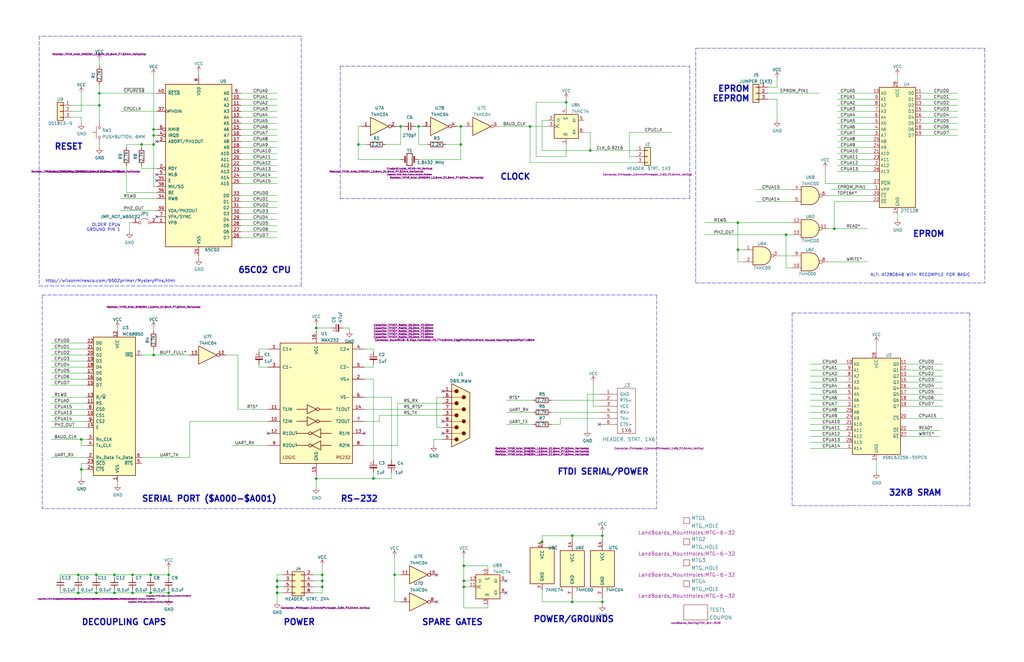
<source format=kicad_sch>
(kicad_sch (version 20211123) (generator eeschema)
  (paper "B")
  (title_block (title "SIMPLE-6502") (date "2022-09-11") (rev "1") (company "Land Boards LLC"))
  (junction (at 64.77 60.96))
  (junction (at 351.79 96.52))
  (junction (at 157.48 201.93))
  (junction (at 41.91 44.45))
  (junction (at 133.35 138.43))
  (junction (at 135.89 247.65))
  (junction (at 71.12 250.19))
  (junction (at 241.3 254))
  (junction (at 34.29 198.12))
  (junction (at 55.88 242.57))
  (junction (at 195.58 245.11))
  (junction (at 33.02 250.19))
  (junction (at 195.58 247.65))
  (junction (at 248.92 63.5))
  (junction (at 33.02 242.57))
  (junction (at 241.3 226.06))
  (junction (at 71.12 242.57))
  (junction (at 254 226.06))
  (junction (at 166.37 242.57))
  (junction (at 331.47 99.06))
  (junction (at 194.31 53.34))
  (junction (at 135.89 242.57))
  (junction (at 59.69 60.96))
  (junction (at 64.77 149.86))
  (junction (at 195.58 238.76))
  (junction (at 64.77 57.15))
  (junction (at 116.84 250.19))
  (junction (at 168.91 53.34))
  (junction (at 48.26 250.19))
  (junction (at 48.26 242.57))
  (junction (at 40.64 242.57))
  (junction (at 41.91 39.37))
  (junction (at 133.35 201.93))
  (junction (at 116.84 245.11))
  (junction (at 135.89 245.11))
  (junction (at 63.5 242.57))
  (junction (at 116.84 247.65))
  (junction (at 64.77 54.61))
  (junction (at 223.52 53.34))
  (junction (at 151.13 60.96))
  (junction (at 63.5 250.19))
  (junction (at 40.64 250.19))
  (junction (at 238.76 43.18))
  (junction (at 194.31 60.96))
  (junction (at 311.15 93.98))
  (junction (at 34.29 185.42))
  (junction (at 55.88 250.19))
  (junction (at 254 254))
  (junction (at 176.53 53.34))
  (junction (at 228.6 228.6))
  (junction (at 311.15 105.41))
  (no_connect (at 184.15 242.57))
  (no_connect (at 184.15 254))
  (no_connect (at 213.36 245.11))
  (no_connect (at 213.36 250.19))
  (no_connect (at 252.73 179.07))
  (no_connect (at 66.04 59.69))
  (no_connect (at 66.04 91.44))
  (no_connect (at 66.04 73.66))
  (no_connect (at 66.04 76.2))
  (no_connect (at 186.69 182.88))
  (no_connect (at 186.69 177.8))
  (no_connect (at 186.69 165.1))
  (no_connect (at 113.03 182.88))
  (no_connect (at 153.67 182.88))
  (wire (pts (xy 353.06 64.77) (xy 368.3 64.77)))
  (wire (pts (xy 48.26 242.57) (xy 48.26 243.84)))
  (wire (pts (xy 135.89 247.65) (xy 135.89 245.11)))
  (wire (pts (xy 267.97 66.04) (xy 265.43 66.04)))
  (wire (pts (xy 176.53 53.34) (xy 175.26 53.34)))
  (wire (pts (xy 101.6 57.15) (xy 116.84 57.15)))
  (polyline (pts (xy 293.37 20.32) (xy 415.29 20.32)))
  (wire (pts (xy 241.3 254) (xy 241.3 252.73)))
  (wire (pts (xy 153.67 154.94) (xy 157.48 154.94)))
  (wire (pts (xy 168.91 67.31) (xy 151.13 67.31)))
  (wire (pts (xy 153.67 172.72) (xy 186.69 172.72)))
  (wire (pts (xy 353.06 69.85) (xy 368.3 69.85)))
  (wire (pts (xy 97.79 187.96) (xy 113.03 187.96)))
  (wire (pts (xy 71.12 243.84) (xy 71.12 242.57)))
  (wire (pts (xy 101.6 97.79) (xy 116.84 97.79)))
  (wire (pts (xy 101.6 69.85) (xy 116.84 69.85)))
  (wire (pts (xy 223.52 68.58) (xy 223.52 53.34)))
  (wire (pts (xy 101.6 62.23) (xy 116.84 62.23)))
  (wire (pts (xy 116.84 250.19) (xy 116.84 254)))
  (wire (pts (xy 160.02 177.8) (xy 153.67 177.8)))
  (wire (pts (xy 21.59 175.26) (xy 36.83 175.26)))
  (wire (pts (xy 349.25 96.52) (xy 351.79 96.52)))
  (wire (pts (xy 349.25 82.55) (xy 368.3 82.55)))
  (wire (pts (xy 49.53 138.43) (xy 49.53 139.7)))
  (polyline (pts (xy 334.01 132.08) (xy 408.94 132.08)))
  (wire (pts (xy 318.77 85.09) (xy 334.01 85.09)))
  (wire (pts (xy 34.29 39.37) (xy 34.29 46.99)))
  (wire (pts (xy 80.01 177.8) (xy 113.03 177.8)))
  (wire (pts (xy 369.57 194.31) (xy 369.57 199.39)))
  (wire (pts (xy 54.61 93.98) (xy 54.61 97.79)))
  (wire (pts (xy 66.04 71.12) (xy 59.69 71.12)))
  (wire (pts (xy 241.3 226.06) (xy 228.6 226.06)))
  (wire (pts (xy 353.06 67.31) (xy 368.3 67.31)))
  (wire (pts (xy 40.64 242.57) (xy 40.64 243.84)))
  (wire (pts (xy 341.63 179.07) (xy 356.87 179.07)))
  (wire (pts (xy 30.48 44.45) (xy 41.91 44.45)))
  (wire (pts (xy 382.27 166.37) (xy 397.51 166.37)))
  (wire (pts (xy 176.53 60.96) (xy 180.34 60.96)))
  (wire (pts (xy 48.26 242.57) (xy 40.64 242.57)))
  (wire (pts (xy 168.91 53.34) (xy 168.91 60.96)))
  (wire (pts (xy 252.73 166.37) (xy 247.65 166.37)))
  (polyline (pts (xy 16.51 120.65) (xy 127 120.65)))
  (wire (pts (xy 213.36 173.99) (xy 224.79 173.99)))
  (wire (pts (xy 135.89 242.57) (xy 135.89 238.76)))
  (wire (pts (xy 71.12 248.92) (xy 71.12 250.19)))
  (wire (pts (xy 168.91 53.34) (xy 167.64 53.34)))
  (wire (pts (xy 231.14 50.8) (xy 228.6 50.8)))
  (wire (pts (xy 248.92 55.88) (xy 246.38 55.88)))
  (wire (pts (xy 59.69 149.86) (xy 64.77 149.86)))
  (wire (pts (xy 119.38 242.57) (xy 116.84 242.57)))
  (wire (pts (xy 177.8 53.34) (xy 176.53 53.34)))
  (wire (pts (xy 41.91 25.4) (xy 41.91 27.94)))
  (wire (pts (xy 323.85 41.91) (xy 327.66 41.91)))
  (wire (pts (xy 34.29 185.42) (xy 36.83 185.42)))
  (wire (pts (xy 341.63 181.61) (xy 356.87 181.61)))
  (polyline (pts (xy 334.01 132.08) (xy 334.01 213.36)))
  (wire (pts (xy 49.53 203.2) (xy 49.53 204.47)))
  (wire (pts (xy 41.91 60.96) (xy 41.91 62.23)))
  (wire (pts (xy 388.62 44.45) (xy 403.86 44.45)))
  (wire (pts (xy 250.19 161.29) (xy 250.19 171.45)))
  (wire (pts (xy 25.4 250.19) (xy 33.02 250.19)))
  (wire (pts (xy 341.63 156.21) (xy 356.87 156.21)))
  (wire (pts (xy 21.59 152.4) (xy 36.83 152.4)))
  (wire (pts (xy 160.02 175.26) (xy 160.02 177.8)))
  (wire (pts (xy 30.48 46.99) (xy 34.29 46.99)))
  (wire (pts (xy 151.13 60.96) (xy 154.94 60.96)))
  (wire (pts (xy 368.3 85.09) (xy 351.79 85.09)))
  (wire (pts (xy 133.35 138.43) (xy 133.35 139.7)))
  (wire (pts (xy 64.77 147.32) (xy 64.77 149.86)))
  (wire (pts (xy 254 252.73) (xy 254 254)))
  (wire (pts (xy 328.93 107.95) (xy 334.01 107.95)))
  (wire (pts (xy 223.52 53.34) (xy 210.82 53.34)))
  (wire (pts (xy 34.29 198.12) (xy 36.83 198.12)))
  (wire (pts (xy 238.76 60.96) (xy 238.76 66.04)))
  (wire (pts (xy 228.6 228.6) (xy 228.6 229.87)))
  (wire (pts (xy 388.62 46.99) (xy 403.86 46.99)))
  (wire (pts (xy 353.06 41.91) (xy 368.3 41.91)))
  (wire (pts (xy 116.84 245.11) (xy 119.38 245.11)))
  (wire (pts (xy 64.77 57.15) (xy 66.04 57.15)))
  (wire (pts (xy 34.29 195.58) (xy 34.29 198.12)))
  (wire (pts (xy 25.4 242.57) (xy 33.02 242.57)))
  (wire (pts (xy 382.27 161.29) (xy 397.51 161.29)))
  (wire (pts (xy 195.58 234.95) (xy 195.58 238.76)))
  (wire (pts (xy 63.5 248.92) (xy 63.5 250.19)))
  (wire (pts (xy 213.36 179.07) (xy 224.79 179.07)))
  (wire (pts (xy 109.22 153.67) (xy 109.22 154.94)))
  (wire (pts (xy 21.59 167.64) (xy 36.83 167.64)))
  (wire (pts (xy 349.25 110.49) (xy 365.76 110.49)))
  (wire (pts (xy 226.06 43.18) (xy 238.76 43.18)))
  (wire (pts (xy 133.35 137.16) (xy 133.35 138.43)))
  (wire (pts (xy 176.53 53.34) (xy 176.53 60.96)))
  (wire (pts (xy 132.08 245.11) (xy 135.89 245.11)))
  (wire (pts (xy 265.43 55.88) (xy 283.21 55.88)))
  (wire (pts (xy 353.06 54.61) (xy 368.3 54.61)))
  (wire (pts (xy 153.67 187.96) (xy 167.64 187.96)))
  (wire (pts (xy 64.77 57.15) (xy 64.77 60.96)))
  (polyline (pts (xy 143.51 83.82) (xy 290.83 83.82)))
  (wire (pts (xy 101.6 72.39) (xy 116.84 72.39)))
  (wire (pts (xy 350.52 80.01) (xy 368.3 80.01)))
  (wire (pts (xy 144.78 138.43) (xy 147.32 138.43)))
  (wire (pts (xy 195.58 256.54) (xy 195.58 247.65)))
  (wire (pts (xy 132.08 247.65) (xy 135.89 247.65)))
  (polyline (pts (xy 127 15.24) (xy 16.51 15.24)))
  (wire (pts (xy 64.77 31.75) (xy 64.77 54.61)))
  (wire (pts (xy 341.63 189.23) (xy 356.87 189.23)))
  (wire (pts (xy 40.64 248.92) (xy 40.64 250.19)))
  (wire (pts (xy 40.64 250.19) (xy 33.02 250.19)))
  (wire (pts (xy 353.06 72.39) (xy 368.3 72.39)))
  (wire (pts (xy 378.46 90.17) (xy 378.46 92.71)))
  (wire (pts (xy 353.06 59.69) (xy 368.3 59.69)))
  (wire (pts (xy 228.6 248.92) (xy 228.6 254)))
  (wire (pts (xy 135.89 245.11) (xy 135.89 242.57)))
  (wire (pts (xy 53.34 62.23) (xy 53.34 60.96)))
  (wire (pts (xy 34.29 198.12) (xy 34.29 201.93)))
  (wire (pts (xy 184.15 180.34) (xy 184.15 167.64)))
  (wire (pts (xy 254 226.06) (xy 241.3 226.06)))
  (wire (pts (xy 341.63 166.37) (xy 356.87 166.37)))
  (polyline (pts (xy 143.51 27.94) (xy 290.83 27.94)))
  (wire (pts (xy 21.59 170.18) (xy 36.83 170.18)))
  (wire (pts (xy 21.59 157.48) (xy 36.83 157.48)))
  (wire (pts (xy 388.62 57.15) (xy 403.86 57.15)))
  (wire (pts (xy 83.82 30.48) (xy 83.82 31.75)))
  (wire (pts (xy 157.48 154.94) (xy 157.48 153.67)))
  (wire (pts (xy 21.59 193.04) (xy 36.83 193.04)))
  (wire (pts (xy 133.35 200.66) (xy 133.35 201.93)))
  (wire (pts (xy 165.1 201.93) (xy 165.1 199.39)))
  (wire (pts (xy 59.69 60.96) (xy 64.77 60.96)))
  (wire (pts (xy 228.6 50.8) (xy 228.6 63.5)))
  (wire (pts (xy 157.48 147.32) (xy 157.48 148.59)))
  (wire (pts (xy 55.88 242.57) (xy 63.5 242.57)))
  (wire (pts (xy 382.27 176.53) (xy 397.51 176.53)))
  (wire (pts (xy 382.27 181.61) (xy 396.24 181.61)))
  (wire (pts (xy 166.37 242.57) (xy 168.91 242.57)))
  (wire (pts (xy 388.62 49.53) (xy 403.86 49.53)))
  (polyline (pts (xy 16.51 15.24) (xy 16.51 120.65)))
  (wire (pts (xy 186.69 175.26) (xy 160.02 175.26)))
  (wire (pts (xy 21.59 154.94) (xy 36.83 154.94)))
  (wire (pts (xy 21.59 177.8) (xy 36.83 177.8)))
  (polyline (pts (xy 276.86 124.46) (xy 276.86 214.63)))
  (wire (pts (xy 101.6 44.45) (xy 116.84 44.45)))
  (wire (pts (xy 151.13 67.31) (xy 151.13 60.96)))
  (wire (pts (xy 157.48 194.31) (xy 157.48 160.02)))
  (wire (pts (xy 41.91 44.45) (xy 41.91 50.8)))
  (polyline (pts (xy 408.94 132.08) (xy 408.94 213.36)))
  (wire (pts (xy 388.62 52.07) (xy 403.86 52.07)))
  (wire (pts (xy 101.6 49.53) (xy 116.84 49.53)))
  (wire (pts (xy 21.59 162.56) (xy 36.83 162.56)))
  (wire (pts (xy 113.03 154.94) (xy 109.22 154.94)))
  (wire (pts (xy 313.69 110.49) (xy 311.15 110.49)))
  (wire (pts (xy 194.31 67.31) (xy 194.31 60.96)))
  (wire (pts (xy 331.47 99.06) (xy 334.01 99.06)))
  (wire (pts (xy 267.97 68.58) (xy 223.52 68.58)))
  (wire (pts (xy 116.84 250.19) (xy 119.38 250.19)))
  (wire (pts (xy 297.18 93.98) (xy 311.15 93.98)))
  (wire (pts (xy 254 254) (xy 254 255.27)))
  (wire (pts (xy 297.18 99.06) (xy 331.47 99.06)))
  (wire (pts (xy 101.6 52.07) (xy 116.84 52.07)))
  (wire (pts (xy 53.34 69.85) (xy 53.34 81.28)))
  (polyline (pts (xy 276.86 214.63) (xy 17.78 214.63)))
  (wire (pts (xy 226.06 66.04) (xy 226.06 43.18)))
  (wire (pts (xy 241.3 254) (xy 228.6 254)))
  (wire (pts (xy 232.41 179.07) (xy 236.22 179.07)))
  (wire (pts (xy 353.06 44.45) (xy 368.3 44.45)))
  (wire (pts (xy 353.06 62.23) (xy 368.3 62.23)))
  (wire (pts (xy 331.47 113.03) (xy 334.01 113.03)))
  (wire (pts (xy 25.4 242.57) (xy 25.4 243.84)))
  (wire (pts (xy 133.35 138.43) (xy 139.7 138.43)))
  (wire (pts (xy 341.63 153.67) (xy 356.87 153.67)))
  (wire (pts (xy 341.63 161.29) (xy 356.87 161.29)))
  (wire (pts (xy 254 254) (xy 241.3 254)))
  (wire (pts (xy 64.77 78.74) (xy 66.04 78.74)))
  (wire (pts (xy 351.79 85.09) (xy 351.79 96.52)))
  (wire (pts (xy 101.6 95.25) (xy 116.84 95.25)))
  (wire (pts (xy 347.98 71.12) (xy 347.98 77.47)))
  (wire (pts (xy 341.63 186.69) (xy 356.87 186.69)))
  (wire (pts (xy 101.6 87.63) (xy 116.84 87.63)))
  (wire (pts (xy 323.85 39.37) (xy 345.44 39.37)))
  (wire (pts (xy 21.59 144.78) (xy 36.83 144.78)))
  (wire (pts (xy 101.6 85.09) (xy 116.84 85.09)))
  (wire (pts (xy 36.83 195.58) (xy 34.29 195.58)))
  (wire (pts (xy 21.59 185.42) (xy 34.29 185.42)))
  (wire (pts (xy 327.66 41.91) (xy 327.66 50.8)))
  (wire (pts (xy 64.77 60.96) (xy 64.77 78.74)))
  (wire (pts (xy 101.6 39.37) (xy 116.84 39.37)))
  (wire (pts (xy 83.82 107.95) (xy 83.82 109.22)))
  (wire (pts (xy 318.77 80.01) (xy 334.01 80.01)))
  (wire (pts (xy 323.85 36.83) (xy 327.66 36.83)))
  (wire (pts (xy 341.63 171.45) (xy 356.87 171.45)))
  (wire (pts (xy 100.33 172.72) (xy 113.03 172.72)))
  (wire (pts (xy 195.58 245.11) (xy 195.58 247.65)))
  (wire (pts (xy 59.69 193.04) (xy 80.01 193.04)))
  (wire (pts (xy 252.73 171.45) (xy 250.19 171.45)))
  (wire (pts (xy 205.74 256.54) (xy 195.58 256.54)))
  (wire (pts (xy 252.73 176.53) (xy 236.22 176.53)))
  (wire (pts (xy 353.06 57.15) (xy 368.3 57.15)))
  (wire (pts (xy 64.77 149.86) (xy 80.01 149.86)))
  (wire (pts (xy 341.63 168.91) (xy 356.87 168.91)))
  (wire (pts (xy 21.59 160.02) (xy 36.83 160.02)))
  (polyline (pts (xy 415.29 20.32) (xy 415.29 119.38)))
  (wire (pts (xy 166.37 254) (xy 168.91 254)))
  (wire (pts (xy 71.12 250.19) (xy 71.12 252.73)))
  (wire (pts (xy 353.06 39.37) (xy 368.3 39.37)))
  (wire (pts (xy 186.69 180.34) (xy 184.15 180.34)))
  (wire (pts (xy 21.59 172.72) (xy 36.83 172.72)))
  (wire (pts (xy 238.76 43.18) (xy 238.76 45.72)))
  (wire (pts (xy 101.6 77.47) (xy 116.84 77.47)))
  (wire (pts (xy 53.34 81.28) (xy 66.04 81.28)))
  (wire (pts (xy 341.63 184.15) (xy 356.87 184.15)))
  (wire (pts (xy 195.58 245.11) (xy 198.12 245.11)))
  (wire (pts (xy 55.88 250.19) (xy 55.88 248.92)))
  (wire (pts (xy 21.59 147.32) (xy 36.83 147.32)))
  (wire (pts (xy 157.48 201.93) (xy 165.1 201.93)))
  (wire (pts (xy 109.22 148.59) (xy 109.22 147.32)))
  (wire (pts (xy 147.32 138.43) (xy 147.32 139.7)))
  (wire (pts (xy 254 224.79) (xy 254 226.06)))
  (wire (pts (xy 194.31 53.34) (xy 195.58 53.34)))
  (wire (pts (xy 64.77 54.61) (xy 66.04 54.61)))
  (wire (pts (xy 63.5 243.84) (xy 63.5 242.57)))
  (wire (pts (xy 21.59 180.34) (xy 36.83 180.34)))
  (wire (pts (xy 382.27 156.21) (xy 397.51 156.21)))
  (wire (pts (xy 151.13 53.34) (xy 151.13 60.96)))
  (wire (pts (xy 254 226.06) (xy 254 227.33)))
  (wire (pts (xy 53.34 60.96) (xy 59.69 60.96)))
  (wire (pts (xy 167.64 170.18) (xy 186.69 170.18)))
  (wire (pts (xy 165.1 167.64) (xy 165.1 194.31)))
  (wire (pts (xy 25.4 250.19) (xy 25.4 248.92)))
  (wire (pts (xy 167.64 170.18) (xy 167.64 187.96)))
  (wire (pts (xy 153.67 167.64) (xy 165.1 167.64)))
  (wire (pts (xy 241.3 226.06) (xy 241.3 227.33)))
  (wire (pts (xy 153.67 147.32) (xy 157.48 147.32)))
  (polyline (pts (xy 143.51 27.94) (xy 143.51 83.82)))
  (wire (pts (xy 116.84 247.65) (xy 116.84 250.19)))
  (wire (pts (xy 63.5 242.57) (xy 71.12 242.57)))
  (wire (pts (xy 231.14 53.34) (xy 223.52 53.34)))
  (wire (pts (xy 33.02 250.19) (xy 33.02 248.92)))
  (wire (pts (xy 382.27 184.15) (xy 396.24 184.15)))
  (wire (pts (xy 194.31 53.34) (xy 193.04 53.34)))
  (wire (pts (xy 187.96 60.96) (xy 194.31 60.96)))
  (wire (pts (xy 41.91 39.37) (xy 41.91 35.56)))
  (wire (pts (xy 101.6 59.69) (xy 116.84 59.69)))
  (wire (pts (xy 101.6 92.71) (xy 116.84 92.71)))
  (wire (pts (xy 247.65 166.37) (xy 247.65 181.61)))
  (wire (pts (xy 21.59 149.86) (xy 36.83 149.86)))
  (wire (pts (xy 40.64 242.57) (xy 33.02 242.57)))
  (wire (pts (xy 388.62 41.91) (xy 403.86 41.91)))
  (wire (pts (xy 41.91 39.37) (xy 41.91 44.45)))
  (wire (pts (xy 63.5 250.19) (xy 55.88 250.19)))
  (wire (pts (xy 378.46 31.75) (xy 378.46 34.29)))
  (wire (pts (xy 50.8 46.99) (xy 66.04 46.99)))
  (wire (pts (xy 238.76 66.04) (xy 226.06 66.04)))
  (wire (pts (xy 80.01 193.04) (xy 80.01 177.8)))
  (wire (pts (xy 133.35 201.93) (xy 133.35 205.74)))
  (polyline (pts (xy 293.37 119.38) (xy 293.37 20.32)))
  (polyline (pts (xy 127 120.65) (xy 127 15.24)))
  (wire (pts (xy 101.6 74.93) (xy 116.84 74.93)))
  (wire (pts (xy 351.79 96.52) (xy 365.76 96.52)))
  (wire (pts (xy 48.26 250.19) (xy 40.64 250.19)))
  (wire (pts (xy 71.12 240.03) (xy 71.12 242.57)))
  (wire (pts (xy 182.88 185.42) (xy 186.69 185.42)))
  (wire (pts (xy 311.15 93.98) (xy 311.15 105.41)))
  (wire (pts (xy 311.15 105.41) (xy 311.15 110.49)))
  (wire (pts (xy 64.77 138.43) (xy 64.77 139.7)))
  (wire (pts (xy 166.37 234.95) (xy 166.37 242.57)))
  (wire (pts (xy 248.92 63.5) (xy 248.92 55.88)))
  (wire (pts (xy 232.41 173.99) (xy 252.73 173.99)))
  (wire (pts (xy 132.08 242.57) (xy 135.89 242.57)))
  (wire (pts (xy 232.41 168.91) (xy 252.73 168.91)))
  (wire (pts (xy 34.29 49.53) (xy 34.29 52.07)))
  (wire (pts (xy 100.33 149.86) (xy 100.33 172.72)))
  (wire (pts (xy 48.26 248.92) (xy 48.26 250.19)))
  (wire (pts (xy 195.58 238.76) (xy 195.58 245.11)))
  (wire (pts (xy 341.63 173.99) (xy 356.87 173.99)))
  (wire (pts (xy 205.74 240.03) (xy 205.74 238.76)))
  (wire (pts (xy 157.48 201.93) (xy 157.48 199.39)))
  (wire (pts (xy 135.89 250.19) (xy 135.89 247.65)))
  (wire (pts (xy 369.57 144.78) (xy 369.57 148.59)))
  (wire (pts (xy 55.88 250.19) (xy 48.26 250.19)))
  (wire (pts (xy 101.6 100.33) (xy 116.84 100.33)))
  (wire (pts (xy 182.88 185.42) (xy 182.88 187.96)))
  (wire (pts (xy 228.6 226.06) (xy 228.6 228.6)))
  (wire (pts (xy 228.6 63.5) (xy 248.92 63.5)))
  (wire (pts (xy 382.27 168.91) (xy 397.51 168.91)))
  (wire (pts (xy 388.62 54.61) (xy 403.86 54.61)))
  (wire (pts (xy 168.91 60.96) (xy 162.56 60.96)))
  (wire (pts (xy 353.06 52.07) (xy 368.3 52.07)))
  (wire (pts (xy 101.6 64.77) (xy 116.84 64.77)))
  (wire (pts (xy 353.06 46.99) (xy 368.3 46.99)))
  (wire (pts (xy 50.8 88.9) (xy 66.04 88.9)))
  (wire (pts (xy 50.8 83.82) (xy 66.04 83.82)))
  (wire (pts (xy 311.15 105.41) (xy 313.69 105.41)))
  (wire (pts (xy 116.84 242.57) (xy 116.84 245.11)))
  (wire (pts (xy 71.12 250.19) (xy 63.5 250.19)))
  (wire (pts (xy 382.27 171.45) (xy 397.51 171.45)))
  (wire (pts (xy 55.88 242.57) (xy 48.26 242.57)))
  (wire (pts (xy 95.25 149.86) (xy 100.33 149.86)))
  (wire (pts (xy 341.63 176.53) (xy 356.87 176.53)))
  (wire (pts (xy 101.6 46.99) (xy 116.84 46.99)))
  (wire (pts (xy 101.6 67.31) (xy 116.84 67.31)))
  (wire (pts (xy 109.22 147.32) (xy 113.03 147.32)))
  (wire (pts (xy 55.88 243.84) (xy 55.88 242.57)))
  (wire (pts (xy 184.15 167.64) (xy 186.69 167.64)))
  (wire (pts (xy 34.29 187.96) (xy 36.83 187.96)))
  (wire (pts (xy 382.27 158.75) (xy 397.51 158.75)))
  (wire (pts (xy 265.43 66.04) (xy 265.43 55.88)))
  (wire (pts (xy 116.84 245.11) (xy 116.84 247.65)))
  (wire (pts (xy 170.18 53.34) (xy 168.91 53.34)))
  (wire (pts (xy 194.31 60.96) (xy 194.31 53.34)))
  (polyline (pts (xy 290.83 83.82) (xy 290.83 27.94)))
  (polyline (pts (xy 293.37 119.38) (xy 415.29 119.38)))
  (wire (pts (xy 382.27 153.67) (xy 397.51 153.67)))
  (wire (pts (xy 238.76 41.91) (xy 238.76 43.18)))
  (wire (pts (xy 341.63 163.83) (xy 356.87 163.83)))
  (wire (pts (xy 248.92 63.5) (xy 267.97 63.5)))
  (wire (pts (xy 213.36 168.91) (xy 224.79 168.91)))
  (wire (pts (xy 55.88 93.98) (xy 54.61 93.98)))
  (wire (pts (xy 33.02 242.57) (xy 33.02 243.84)))
  (wire (pts (xy 353.06 49.53) (xy 368.3 49.53)))
  (wire (pts (xy 41.91 39.37) (xy 66.04 39.37)))
  (wire (pts (xy 133.35 201.93) (xy 157.48 201.93)))
  (wire (pts (xy 341.63 158.75) (xy 356.87 158.75)))
  (wire (pts (xy 382.27 163.83) (xy 397.51 163.83)))
  (wire (pts (xy 166.37 242.57) (xy 166.37 254)))
  (polyline (pts (xy 408.94 213.36) (xy 334.01 213.36)))
  (polyline (pts (xy 17.78 124.46) (xy 17.78 214.63)))
  (wire (pts (xy 101.6 41.91) (xy 116.84 41.91)))
  (wire (pts (xy 236.22 176.53) (xy 236.22 179.07)))
  (wire (pts (xy 116.84 247.65) (xy 119.38 247.65)))
  (wire (pts (xy 101.6 54.61) (xy 116.84 54.61)))
  (wire (pts (xy 176.53 67.31) (xy 194.31 67.31)))
  (wire (pts (xy 101.6 90.17) (xy 116.84 90.17)))
  (wire (pts (xy 327.66 33.02) (xy 327.66 36.83)))
  (wire (pts (xy 34.29 185.42) (xy 34.29 187.96)))
  (wire (pts (xy 311.15 93.98) (xy 334.01 93.98)))
  (wire (pts (xy 157.48 160.02) (xy 153.67 160.02)))
  (wire (pts (xy 195.58 247.65) (xy 198.12 247.65)))
  (wire (pts (xy 30.48 49.53) (xy 34.29 49.53)))
  (wire (pts (xy 347.98 77.47) (xy 368.3 77.47)))
  (wire (pts (xy 388.62 39.37) (xy 403.86 39.37)))
  (wire (pts (xy 59.69 71.12) (xy 59.69 69.85)))
  (wire (pts (xy 205.74 255.27) (xy 205.74 256.54)))
  (polyline (pts (xy 17.78 124.46) (xy 276.86 124.46)))
  (wire (pts (xy 205.74 238.76) (xy 195.58 238.76)))
  (wire (pts (xy 132.08 250.19) (xy 135.89 250.19)))
  (wire (pts (xy 59.69 62.23) (xy 59.69 60.96)))
  (wire (pts (xy 152.4 53.34) (xy 151.13 53.34)))
  (wire (pts (xy 331.47 99.06) (xy 331.47 113.03)))
  (wire (pts (xy 101.6 82.55) (xy 116.84 82.55)))
  (wire (pts (xy 64.77 54.61) (xy 64.77 57.15)))
  (text "POWER" (at 119.38 264.16 0) (effects (font (size 2.54 2.54) (thickness 0.508) bold) (justify left bottom)))
  (text "RESET" (at 22.86 63.5 0) (effects (font (size 2.54 2.54) (thickness 0.508) bold) (justify left bottom)))
  (text "32KB SRAM" (at 374.65 209.55 0) (effects (font (size 2.54 2.54) (thickness 0.508) bold) (justify left bottom)))
  (text "DECOUPLING CAPS" (at 34.29 264.16 0) (effects (font (size 2.54 2.54) (thickness 0.508) bold) (justify left bottom)))
  (text "ALT: AT28C64B WITH RECOMPILE FOR BASIC" (at 367.03 116.84 0) (effects (font (size 1.27 1.27)) (justify left bottom)))
  (text "SPARE GATES" (at 177.8 264.16 0) (effects (font (size 2.54 2.54) (thickness 0.508) bold) (justify left bottom)))
  (text "FTDI SERIAL/POWER" (at 234.95 200.66 0) (effects (font (size 2.54 2.54) (thickness 0.508) bold) (justify left bottom)))
  (text "OLDER CPUs\nGROUND PIN 1" (at 50.8 97.79 180) (effects (font (size 1.27 1.27)) (justify right bottom)))
  (text "SERIAL PORT ($A000-$A001)" (at 59.69 212.09 0) (effects (font (size 2.54 2.54) (thickness 0.508) bold) (justify left bottom)))
  (text "POWER/GROUNDS" (at 224.79 262.89 0) (effects (font (size 2.54 2.54) (thickness 0.508) bold) (justify left bottom)))
  (text "EPROM\nEEPROM" (at 316.23 43.18 180) (effects (font (size 2.54 2.54) (thickness 0.508) bold) (justify right bottom)))
  (text "EPROM" (at 384.81 100.33 0) (effects (font (size 2.54 2.54) (thickness 0.508) bold) (justify left bottom)))
  (text "http://wilsonminesco.com/6502primer/MysteryPins.html" (at 19.05 119.38 0) (effects (font (size 1.27 1.27)) (justify left bottom)))
  (text "65C02 CPU" (at 100.33 115.57 0) (effects (font (size 2.54 2.54) (thickness 0.508) bold) (justify left bottom)))
  (text "CLOCK" (at 210.82 76.2 0) (effects (font (size 2.54 2.54) (thickness 0.508) bold) (justify left bottom)))
  (text "RS-232" (at 143.51 212.09 0) (effects (font (size 2.54 2.54) (thickness 0.508) bold) (justify left bottom)))
  (label "CPUD6" (at 106.68 97.79 0))
  (label "CPUA8" (at 354.33 59.69 0))
  (label "CPUA4" (at 346.71 163.83 0))
  (label "CPUA8" (at 346.71 173.99 0))
  (label "CPUA14" (at 321.31 85.09 0))
  (label "PH2_OUT" (at 22.86 180.34 0))
  (label "UART_RX" (at 214.63 173.99 0))
  (label "CPUA9" (at 106.68 62.23 0))
  (label "CPUA1" (at 106.68 41.91 0))
  (label "CPUD7" (at 387.35 171.45 0))
  (label "CPUD3" (at 387.35 161.29 0))
  (label "WRITE*" (at 387.35 184.15 0))
  (label "CPUD0" (at 387.35 153.67 0))
  (label "BAUD_CLK" (at 22.86 185.42 0))
  (label "CPUA15" (at 387.35 176.53 0))
  (label "CPUA12" (at 106.68 69.85 0))
  (label "CPUD4" (at 22.86 154.94 0))
  (label "CPUD4" (at 393.7 49.53 0))
  (label "CPUA3" (at 106.68 46.99 0))
  (label "EPROM_PIN1" (at 328.93 39.37 0))
  (label "CPUA15" (at 106.68 77.47 0))
  (label "CPUA7" (at 354.33 57.15 0))
  (label "CPUA6" (at 354.33 54.61 0))
  (label "CPUD7" (at 22.86 162.56 0))
  (label "CPUD1" (at 22.86 147.32 0))
  (label "CPUA0" (at 346.71 153.67 0))
  (label "CPUA15" (at 321.31 80.01 0))
  (label "EPROM_PIN1" (at 353.06 80.01 0))
  (label "CPUA15" (at 22.86 172.72 0))
  (label "R1W0" (at 52.07 83.82 0))
  (label "CPUD1" (at 387.35 156.21 0))
  (label "CPUD2" (at 22.86 149.86 0))
  (label "CPUD7" (at 106.68 100.33 0))
  (label "CPUD3" (at 106.68 90.17 0))
  (label "WRITE*" (at 356.87 110.49 0))
  (label "CPUD4" (at 106.68 92.71 0))
  (label "CPUD2" (at 387.35 158.75 0))
  (label "CPUD6" (at 22.86 160.02 0))
  (label "CPUA4" (at 354.33 49.53 0))
  (label "CPUA8" (at 106.68 59.69 0))
  (label "RS_RX" (at 170.18 170.18 0))
  (label "CPUA2" (at 106.68 44.45 0))
  (label "UART_RX" (at 22.86 193.04 0))
  (label "CPUA5" (at 346.71 166.37 0))
  (label "CPUD7" (at 393.7 57.15 0))
  (label "UART_RX" (at 99.06 187.96 0))
  (label "CPUA11" (at 354.33 67.31 0))
  (label "CPUD2" (at 393.7 44.45 0))
  (label "R1W0" (at 22.86 167.64 0))
  (label "READ*" (at 356.87 96.52 0))
  (label "CPUA13" (at 346.71 186.69 0))
  (label "PH2_OUT" (at 300.99 99.06 0))
  (label "CPUA12" (at 354.33 69.85 0))
  (label "CPUA3" (at 346.71 161.29 0))
  (label "CPUA13" (at 22.86 175.26 0))
  (label "R1W0" (at 300.99 93.98 0))
  (label "CPUA14" (at 106.68 74.93 0))
  (label "CPUD5" (at 22.86 157.48 0))
  (label "CPUA0" (at 22.86 170.18 0))
  (label "BAUD_CLK" (at 212.09 53.34 0))
  (label "CPUD3" (at 22.86 152.4 0))
  (label "CPUA10" (at 106.68 64.77 0))
  (label "READ*" (at 387.35 181.61 0))
  (label "CPUA2" (at 354.33 44.45 0))
  (label "UART_TX" (at 67.31 193.04 0))
  (label "CPUD5" (at 387.35 166.37 0))
  (label "CPUA12" (at 346.71 184.15 0))
  (label "CPUA1" (at 354.33 41.91 0))
  (label "CPUD3" (at 393.7 46.99 0))
  (label "CPUCLK" (at 271.78 55.88 0))
  (label "CPUA7" (at 346.71 171.45 0))
  (label "CPUD0" (at 393.7 39.37 0))
  (label "TOP16K*" (at 353.06 82.55 0))
  (label "CPUD2" (at 106.68 87.63 0))
  (label "CPUD5" (at 393.7 52.07 0))
  (label "CPUA9" (at 346.71 176.53 0))
  (label "CLK_0.9216" (at 251.46 63.5 0))
  (label "CPUA4" (at 106.68 49.53 0))
  (label "RS_RTS*" (at 170.18 172.72 0))
  (label "CPUA3" (at 354.33 46.99 0))
  (label "CPUA13" (at 106.68 72.39 0))
  (label "CPUA2" (at 346.71 158.75 0))
  (label "BUFF_FULL*" (at 67.31 149.86 0))
  (label "CPUA6" (at 106.68 54.61 0))
  (label "CPUA7" (at 106.68 57.15 0))
  (label "RTS*" (at 104.14 172.72 0))
  (label "CPUA5" (at 354.33 52.07 0))
  (label "CPUA5" (at 106.68 52.07 0))
  (label "CPUA10" (at 354.33 64.77 0))
  (label "CPUA9" (at 354.33 62.23 0))
  (label "CPUD0" (at 106.68 82.55 0))
  (label "CPUA11" (at 106.68 67.31 0))
  (label "UART_TX" (at 214.63 179.07 0))
  (label "CPUA1" (at 346.71 156.21 0))
  (label "PH2_OUT" (at 52.07 88.9 0))
  (label "RTS*" (at 214.63 168.91 0))
  (label "CPUD1" (at 106.68 85.09 0))
  (label "CPUD5" (at 106.68 95.25 0))
  (label "CPUCLK" (at 52.07 46.99 0))
  (label "CPUD0" (at 22.86 144.78 0))
  (label "CPUA13" (at 354.33 72.39 0))
  (label "CPUA11" (at 346.71 181.61 0))
  (label "CPUA14" (at 346.71 189.23 0))
  (label "CPUA0" (at 354.33 39.37 0))
  (label "CPUA0" (at 106.68 39.37 0))
  (label "CPUA10" (at 346.71 179.07 0))
  (label "CPUD4" (at 387.35 163.83 0))
  (label "RS_TX" (at 170.18 175.26 0))
  (label "~{CPURESB}" (at 52.07 39.37 0))
  (label "CPUD6" (at 387.35 168.91 0))
  (label "CPUA14" (at 22.86 177.8 0))
  (label "CPUD6" (at 393.7 54.61 0))
  (label "CPUA6" (at 346.71 168.91 0))
  (label "CPUD1" (at 393.7 41.91 0))
  (symbol (lib_id "power:GND") (at 83.82 109.22 0) (unit 1)
    (property "Reference" "#PWR0101" (effects hide))
    (property "Value" "GND" (at 83.947 113.6142 0))
  )
  (symbol (lib_id "power:VCC") (at 250.19 161.29 0) (unit 1)
    (property "Reference" "#PWR0126" (effects hide))
    (property "Value" "VCC" (at 250.19 157.6855 0))
  )
  (symbol (lib_id "power:VCC") (at 378.46 31.75 0) (unit 1)
    (property "Reference" "#PWR0108" (effects hide))
    (property "Value" "VCC" (at 378.46 28.1455 0))
  )
  (symbol (lib_id "power:GND") (at 327.66 50.8 0) (unit 1)
    (property "Reference" "#PWR0134" (effects hide))
    (property "Value" "GND" (at 327.787 55.1942 0))
  )
  (symbol (lib_id "Switch:SW_Push") (at 41.91 55.88 90) (unit 1)
    (property "Reference" "SW1" (at 43.053 54.9715 90) (effects (justify right)))
    (property "Value" "PUSHBUTTON, 6MM" (at 43.053 57.7466 90) (effects (justify right)))
    (property "Footprint" "Button_Switch_THT:SW_PUSH_6mm_H8.5mm" (effects hide))
  )
  (symbol (lib_id "Device:R") (at 228.6 173.99 90) (unit 1)
    (property "Reference" "R6" (at 228.6 171.45 90))
    (property "Value" "2.7K" (at 228.6 173.99 90))
    (property "Footprint" "Resistor_THT:R_Axial_DIN0204_L3.6mm_D1.6mm_P7.62mm_Horizontal" (at 228.6 190.5 90) (effects (font (size 0.762 0.762))))
    (property "Datasheet" "https://www.mouser.com/ProductDetail/Xicon/299-2.2K-RC?qs=QaPBMFBEHz3RDbXknTj%252ByA%3D%3D" (effects hide))
  )
  (symbol (lib_id "Connector_Generic:Conn_01x03") (at 318.77 39.37 0) (mirror y) (unit 1)
    (property "Reference" "J5" (at 318.77 31.5935 0))
    (property "Value" "JUMPER (1X3)" (at 318.77 34.3686 0))
    (property "Footprint" "Connector_PinHeader_2.54mm:PinHeader_1x03_P2.54mm_Vertical" (effects hide))
  )
  (symbol (lib_id "74xx:74LS04") (at 160.02 53.34 0) (unit 1)
    (property "Reference" "U7" (at 160.02 45.5635 0))
    (property "Value" "74HC04" (at 160.02 48.3386 0))
    (property "Footprint" "Package_DIP:DIP-14_W7.62mm_LongPads" (effects hide))
    (property "Datasheet" "https://www.mouser.com/ProductDetail/Texas-Instruments/SN74HC04AN?qs=byeeYqUIh0N6S9uYkR6RCw%3D%3D" (effects hide))
  )
  (symbol (lib_id "power:VCC") (at 195.58 234.95 0) (unit 1)
    (property "Reference" "#PWR0118" (effects hide))
    (property "Value" "VCC" (at 195.58 231.3455 0))
  )
  (symbol (lib_id "Device:C_Small") (at 40.64 246.38 180) (unit 1)
    (property "Reference" "C11" (at 43.18 243.84 0))
    (property "Value" "0.1uF" (at 44.45 248.92 0))
    (property "Footprint" "Capacitor_THT:C_Rect_L4.0mm_W2.5mm_P2.50mm" (at 40.64 252.73 0) (effects (font (size 0.508 0.508))))
  )
  (symbol (lib_id "Device:C_Small") (at 63.5 246.38 180) (unit 1)
    (property "Reference" "C8" (at 66.04 243.84 0))
    (property "Value" "0.1uF" (at 67.31 248.92 0))
    (property "Footprint" "Capacitor_THT:C_Rect_L4.0mm_W2.5mm_P2.50mm" (at 63.5 254 0) (effects (font (size 0.508 0.508))))
  )
  (symbol (lib_id "Interface_UART:MAX232") (at 133.35 170.18 0) (unit 1)
    (property "Reference" "U1" (at 135.3694 140.8135 0) (effects (justify left)))
    (property "Value" "MAX232" (at 135.3694 143.5886 0) (effects (justify left)))
    (property "Footprint" "Package_DIP:DIP-16_W7.62mm_LongPads" (effects hide))
    (property "Datasheet" "http://www.ti.com/lit/ds/symlink/max232.pdf" (effects hide))
  )
  (symbol (lib_id "Connector_Generic:Conn_01x03") (at 273.05 66.04 0) (unit 1)
    (property "Reference" "J2" (at 271.78 60.96 0) (effects (justify left)))
    (property "Value" "HEADER, STRT, 1X3" (at 264.16 71.12 0) (effects (justify left)))
    (property "Footprint" "Connector_PinHeader_2.54mm:PinHeader_1x03_P2.54mm_Vertical" (at 273.05 73.66 0) (effects (font (size 0.762 0.762))))
  )
  (symbol (lib_id "Device:R") (at 59.69 66.04 0) (unit 1)
    (property "Reference" "R8" (at 57.15 66.04 90))
    (property "Value" "2.7K" (at 59.69 66.04 90))
    (property "Footprint" "Resistor_THT:R_Axial_DIN0204_L3.6mm_D1.6mm_P7.62mm_Horizontal" (at 39.37 72.39 0) (effects (font (size 0.762 0.762))))
    (property "Datasheet" "https://www.mouser.com/ProductDetail/Xicon/299-2.2K-RC?qs=QaPBMFBEHz3RDbXknTj%252ByA%3D%3D" (effects hide))
  )
  (symbol (lib_id "power:GND") (at 247.65 181.61 0) (unit 1)
    (property "Reference" "#PWR0127" (effects hide))
    (property "Value" "GND" (at 247.777 186.0042 0))
  )
  (symbol (lib_id "74xx:74LS00") (at 341.63 96.52 0) (unit 4)
    (property "Reference" "U6" (at 341.63 91.44 0))
    (property "Value" "74HC00" (at 341.63 101.6 0))
    (property "Footprint" "Package_DIP:DIP-14_W7.62mm_LongPads" (effects hide))
    (property "Datasheet" "https://www.mouser.com/ProductDetail/595-SN74HC00AN" (effects hide))
  )
  (symbol (lib_id "power:GND") (at 182.88 187.96 0) (unit 1)
    (property "Reference" "#PWR0123" (effects hide))
    (property "Value" "GND" (at 183.007 192.3542 0))
  )
  (symbol (lib_id "power:GND") (at 71.12 252.73 0) (unit 1)
    (property "Reference" "#PWR0106" (effects hide))
    (property "Value" "GND" (at 71.247 257.1242 0))
  )
  (symbol (lib_id "74xx:74LS04") (at 254 240.03 0) (unit 7)
    (property "Reference" "U7" (at 256.54 231.14 0) (effects (justify left)))
    (property "Value" "74HC04" (at 255.27 248.92 0) (effects (justify left)))
    (property "Footprint" "Package_DIP:DIP-14_W7.62mm_LongPads" (effects hide))
    (property "Datasheet" "https://www.mouser.com/ProductDetail/Texas-Instruments/SN74HC04AN?qs=byeeYqUIh0N6S9uYkR6RCw%3D%3D" (effects hide))
  )
  (symbol (lib_id "Connector_Generic:Conn_02x04_Odd_Even") (at 124.46 245.11 0) (unit 1)
    (property "Reference" "J4" (at 125.73 240.03 0))
    (property "Value" "HEADER, STRT, 2X4" (at 129.54 252.73 0))
    (property "Footprint" "Connector_PinHeader_2.54mm:PinHeader_2x04_P2.54mm_Vertical" (at 137.16 256.54 0) (effects (font (size 0.762 0.762) bold)))
  )
  (symbol (lib_id "Device:R") (at 53.34 66.04 0) (unit 1)
    (property "Reference" "R9" (at 50.8 66.04 90))
    (property "Value" "2.7K" (at 53.34 66.04 90))
    (property "Footprint" "Resistor_THT:R_Axial_DIN0204_L3.6mm_D1.6mm_P7.62mm_Horizontal" (at 33.02 72.39 0) (effects (font (size 0.762 0.762))))
    (property "Datasheet" "https://www.mouser.com/ProductDetail/Xicon/299-2.2K-RC?qs=QaPBMFBEHz3RDbXknTj%252ByA%3D%3D" (effects hide))
  )
  (symbol (lib_id "Device:C_Polarized_Small") (at 142.24 138.43 90) (unit 1)
    (property "Reference" "C5" (at 140.7854 136.271 0) (effects (justify left)))
    (property "Value" "47uF" (at 143.5605 136.271 0) (effects (justify left)))
    (property "Footprint" "Capacitor_THT:CP_Radial_D5.0mm_P2.00mm" (at 170.18 137.16 90) (effects (font (size 0.762 0.762) bold)))
  )
  (symbol (lib_id "power:GND") (at 147.32 139.7 0) (unit 1)
    (property "Reference" "#PWR0117" (effects hide))
    (property "Value" "GND" (at 147.447 144.0942 0))
  )
  (symbol (lib_id "power:GND") (at 378.46 92.71 0) (unit 1)
    (property "Reference" "#PWR0109" (effects hide))
    (property "Value" "GND" (at 378.587 97.1042 0))
  )
  (symbol (lib_id "Connector_Generic:Conn_01x03") (at 25.4 46.99 0) (mirror y) (unit 1)
    (property "Reference" "U9" (at 25.4 41.91 0))
    (property "Value" "DS1813-5" (at 25.4 52.07 0))
    (property "Footprint" "Package_TO_SOT_THT:TO-92" (effects hide))
    (property "Datasheet" "https://www.mouser.com/c/?q=DS1813-5" (effects hide))
  )
  (symbol (lib_id "Device:C_Polarized_Small") (at 165.1 196.85 180) (unit 1)
    (property "Reference" "C4" (at 170.18 195.58 0) (effects (justify left)))
    (property "Value" "1uF" (at 170.18 199.39 0) (effects (justify left)))
    (property "Footprint" "Capacitor_THT:CP_Radial_D5.0mm_P2.00mm" (at 170.18 142.24 0) (effects (font (size 0.762 0.762) bold)))
    (property "Datasheet" "https://www.mouser.com/ProductDetail/710-860020672005" (effects hide))
  )
  (symbol (lib_id "Memory_EPROM:27C128") (at 378.46 62.23 0) (unit 1)
    (property "Reference" "U4" (at 381 35.56 0) (effects (justify left)))
    (property "Value" "27C128" (at 379.73 88.9 0) (effects (justify left)))
    (property "Footprint" "Package_DIP:DIP-28_W15.24mm" (effects hide))
    (property "Datasheet" "http://ww1.microchip.com/downloads/en/devicedoc/11003L.pdf" (effects hide))
  )
  (symbol (lib_id "power:VCC") (at 369.57 144.78 0) (unit 1)
    (property "Reference" "#PWR0111" (effects hide))
    (property "Value" "VCC" (at 369.57 141.1755 0))
  )
  (symbol (lib_id "Device:Crystal") (at 172.72 67.31 0) (unit 1)
    (property "Reference" "Y1" (at 172.72 63.5 0))
    (property "Value" "1.8432 MHz" (at 181.61 68.58 0))
    (property "Footprint" "Crystal:Crystal_HC49-4H_Vertical" (at 172.72 71.12 0) (effects (font (size 0.762 0.762))))
    (property "Datasheet" "https://www.mouser.com/ProductDetail/815-AB-1.8432-B2" (effects hide))
  )
  (symbol (lib_id "LandBoards_Cards:FTDI-Slave") (at 264.16 172.72 0) (unit 1)
    (property "Reference" "J3" (at 262.89 162.56 0) (effects (font (size 1.524 1.524)) (justify left)))
    (property "Value" "HEADER, STRT, 1X6" (at 254 185.42 0) (effects (font (size 1.524 1.524)) (justify left)))
    (property "Footprint" "Connector_PinHeader_2.54mm:PinHeader_1x06_P2.54mm_Vertical" (at 259.08 189.23 0) (effects (font (size 0.762 0.762)) (justify left)))
  )
  (symbol (lib_id "Device:C_Polarized_Small") (at 157.48 196.85 0) (unit 1)
    (property "Reference" "C3" (at 159.639 195.3954 0) (effects (justify left)))
    (property "Value" "1uF" (at 158.75 199.39 0) (effects (justify left)))
    (property "Footprint" "Capacitor_THT:CP_Radial_D5.0mm_P2.00mm" (at 170.18 140.97 0) (effects (font (size 0.762 0.762) bold)))
    (property "Datasheet" "https://www.mouser.com/ProductDetail/710-860020672005" (effects hide))
  )
  (symbol (lib_id "power:VCC") (at 83.82 30.48 0) (unit 1)
    (property "Reference" "#PWR0103" (effects hide))
    (property "Value" "VCC" (at 83.82 26.8755 0))
  )
  (symbol (lib_id "power:GND") (at 369.57 199.39 0) (unit 1)
    (property "Reference" "#PWR0115" (effects hide))
    (property "Value" "GND" (at 369.697 203.7842 0))
  )
  (symbol (lib_id "74xx:74LS04") (at 185.42 53.34 0) (unit 2)
    (property "Reference" "U7" (at 185.42 45.5635 0))
    (property "Value" "74HC04" (at 185.42 48.3386 0))
    (property "Footprint" "Package_DIP:DIP-14_W7.62mm_LongPads" (effects hide))
    (property "Datasheet" "https://www.mouser.com/ProductDetail/Texas-Instruments/SN74HC04AN?qs=byeeYqUIh0N6S9uYkR6RCw%3D%3D" (effects hide))
  )
  (symbol (lib_id "power:VCC") (at 49.53 138.43 0) (unit 1)
    (property "Reference" "#PWR0125" (effects hide))
    (property "Value" "VCC" (at 49.53 134.8255 0))
  )
  (symbol (lib_id "power:GND") (at 116.84 254 0) (unit 1)
    (property "Reference" "#PWR0129" (effects hide))
    (property "Value" "GND" (at 116.967 258.3942 0))
  )
  (symbol (lib_id "LandBoards_Semis:MC68B50_FIXED") (at 49.53 172.72 0) (unit 1)
    (property "Reference" "U3" (at 51.5494 138.2735 0) (effects (justify left)))
    (property "Value" "MC68B50" (at 51.5494 141.0486 0) (effects (justify left)))
    (property "Footprint" "Package_DIP:DIP-24_W15.24mm" (effects hide))
    (property "Datasheet" "https://www.jameco.com/Jameco/Products/ProdDS/43633.pdf" (effects hide))
  )
  (symbol (lib_id "power:VCC") (at 135.89 238.76 0) (unit 1)
    (property "Reference" "#PWR0128" (effects hide))
    (property "Value" "VCC" (at 135.89 235.1555 0))
  )
  (symbol (lib_id "74xx:74LS00") (at 241.3 240.03 0) (unit 5)
    (property "Reference" "U6" (at 242.57 231.14 0) (effects (justify left)))
    (property "Value" "74HC00" (at 242.57 248.92 0) (effects (justify left)))
    (property "Footprint" "Package_DIP:DIP-14_W7.62mm_LongPads" (effects hide))
    (property "Datasheet" "https://www.mouser.com/ProductDetail/595-SN74HC00AN" (effects hide))
  )
  (symbol (lib_id "Device:R") (at 228.6 168.91 90) (unit 1)
    (property "Reference" "R5" (at 228.6 166.37 90))
    (property "Value" "2.7K" (at 228.6 168.91 90))
    (property "Footprint" "Resistor_THT:R_Axial_DIN0204_L3.6mm_D1.6mm_P7.62mm_Horizontal" (at 228.6 189.23 90) (effects (font (size 0.762 0.762))))
    (property "Datasheet" "https://www.mouser.com/ProductDetail/Xicon/299-2.2K-RC?qs=QaPBMFBEHz3RDbXknTj%252ByA%3D%3D" (effects hide))
  )
  (symbol (lib_id "Jumper:Jumper_2_Open") (at 60.96 93.98 0) (unit 1)
    (property "Reference" "JP1" (at 60.96 90.17 0))
    (property "Value" "JMP_NOT_W65C02" (at 50.8 91.44 0))
    (property "Footprint" "Connector_PinHeader_2.54mm:PinHeader_1x02_P2.54mm_Vertical" (effects hide))
  )
  (symbol (lib_id "74xx:74LS00") (at 321.31 107.95 0) (unit 1)
    (property "Reference" "U6" (at 321.31 102.87 0))
    (property "Value" "74HC00" (at 321.31 113.03 0))
    (property "Footprint" "Package_DIP:DIP-14_W7.62mm_LongPads" (effects hide))
    (property "Datasheet" "https://www.mouser.com/ProductDetail/595-SN74HC00AN" (effects hide))
  )
  (symbol (lib_id "Device:C_Small") (at 71.12 246.38 180) (unit 1)
    (property "Reference" "C9" (at 73.66 243.84 0))
    (property "Value" "0.1uF" (at 74.93 248.92 0))
    (property "Footprint" "Capacitor_THT:C_Rect_L4.0mm_W2.5mm_P2.50mm" (at 71.12 251.46 0) (effects (font (size 0.508 0.508))))
  )
  (symbol (lib_id "LandBoards_Semis:W65C02_816S_DIP") (at 83.82 69.85 0) (unit 1)
    (property "Reference" "U5" (at 92.71 34.29 0) (effects (justify left)))
    (property "Value" "65C02" (at 86.36 105.41 0) (effects (justify left)))
    (property "Footprint" "Package_DIP:DIP-40_W15.24mm_LongPads" (effects hide))
  )
  (symbol (lib_id "74xx:74LS04") (at 87.63 149.86 0) (unit 6)
    (property "Reference" "U7" (at 87.63 142.0835 0))
    (property "Value" "74HC04" (at 87.63 144.8586 0))
    (property "Footprint" "Package_DIP:DIP-14_W7.62mm_LongPads" (effects hide))
    (property "Datasheet" "https://www.mouser.com/ProductDetail/Texas-Instruments/SN74HC04AN?qs=byeeYqUIh0N6S9uYkR6RCw%3D%3D" (effects hide))
  )
  (symbol (lib_id "74xx:74LS74") (at 238.76 53.34 0) (unit 1)
    (property "Reference" "U8" (at 240.7794 44.2935 0) (effects (justify left)))
    (property "Value" "74HC74" (at 240.7794 47.0686 0) (effects (justify left)))
    (property "Footprint" "Package_DIP:DIP-14_W7.62mm_LongPads" (effects hide))
    (property "Datasheet" "https://www.mouser.com/ProductDetail/595-SN74HC74N" (effects hide))
  )
  (symbol (lib_id "74xx:74LS04") (at 176.53 242.57 0) (unit 5)
    (property "Reference" "U7" (at 176.53 234.7935 0))
    (property "Value" "74HC04" (at 176.53 237.5686 0))
    (property "Footprint" "Package_DIP:DIP-14_W7.62mm_LongPads" (effects hide))
    (property "Datasheet" "https://www.mouser.com/ProductDetail/Texas-Instruments/SN74HC04AN?qs=byeeYqUIh0N6S9uYkR6RCw%3D%3D" (effects hide))
  )
  (symbol (lib_id "power:GND") (at 54.61 97.79 0) (unit 1)
    (property "Reference" "#PWR0130" (effects hide))
    (property "Value" "GND" (at 54.61 102.3525 0))
  )
  (symbol (lib_id "power:VCC") (at 166.37 234.95 0) (unit 1)
    (property "Reference" "#PWR0119" (effects hide))
    (property "Value" "VCC" (at 166.37 231.3455 0))
  )
  (symbol (lib_id "power:GND") (at 254 255.27 0) (unit 1)
    (property "Reference" "#PWR0104" (effects hide))
    (property "Value" "GND" (at 254.127 259.6642 0))
  )
  (symbol (lib_id "LandBoards:MTG_HOLE") (at 289.56 246.38 0) (unit 1)
    (property "Reference" "MTG4" (at 291.465 245.3153 0) (effects (font (size 1.524 1.524)) (justify left)))
    (property "Value" "MTG_HOLE" (at 291.465 248.5943 0) (effects (font (size 1.524 1.524)) (justify left)))
    (property "Footprint" "LandBoards_MountHoles:MTG-6-32" (at 289.56 251.46 0) (effects (font (size 1.524 1.524))))
  )
  (symbol (lib_id "power:VCC") (at 64.77 31.75 0) (unit 1)
    (property "Reference" "#PWR0102" (effects hide))
    (property "Value" "VCC" (at 64.77 28.1455 0))
  )
  (symbol (lib_id "74xx:74LS74") (at 228.6 238.76 0) (unit 3)
    (property "Reference" "U8" (at 231.14 231.14 0) (effects (justify left)))
    (property "Value" "74HC74" (at 229.87 248.92 0) (effects (justify left)))
    (property "Footprint" "Package_DIP:DIP-14_W7.62mm_LongPads" (effects hide))
    (property "Datasheet" "https://www.mouser.com/ProductDetail/595-SN74HC74N" (effects hide))
  )
  (symbol (lib_id "power:VCC") (at 71.12 240.03 0) (unit 1)
    (property "Reference" "#PWR0107" (effects hide))
    (property "Value" "VCC" (at 71.12 236.4255 0))
  )
  (symbol (lib_id "Device:C_Small") (at 25.4 246.38 180) (unit 1)
    (property "Reference" "C13" (at 27.94 243.84 0))
    (property "Value" "0.1uF" (at 29.21 248.92 0))
    (property "Footprint" "Capacitor_THT:C_Rect_L4.0mm_W2.5mm_P2.50mm" (at 25.4 252.73 0) (effects (font (size 0.508 0.508))))
  )
  (symbol (lib_id "74xx:74LS04") (at 176.53 254 0) (unit 4)
    (property "Reference" "U7" (at 176.53 246.2235 0))
    (property "Value" "74HC04" (at 176.53 248.9986 0))
    (property "Footprint" "Package_DIP:DIP-14_W7.62mm_LongPads" (effects hide))
    (property "Datasheet" "https://www.mouser.com/ProductDetail/Texas-Instruments/SN74HC04AN?qs=byeeYqUIh0N6S9uYkR6RCw%3D%3D" (effects hide))
  )
  (symbol (lib_id "Device:C_Small") (at 55.88 246.38 180) (unit 1)
    (property "Reference" "C7" (at 58.42 243.84 0))
    (property "Value" "0.1uF" (at 59.69 248.92 0))
    (property "Footprint" "Capacitor_THT:C_Rect_L4.0mm_W2.5mm_P2.50mm" (at 55.88 252.73 0) (effects (font (size 0.508 0.508))))
  )
  (symbol (lib_id "power:GND") (at 34.29 201.93 0) (unit 1)
    (property "Reference" "#PWR0121" (effects hide))
    (property "Value" "GND" (at 34.417 206.3242 0))
  )
  (symbol (lib_id "LandBoards:COUPON") (at 293.37 261.62 0) (unit 1)
    (property "Reference" "TEST1" (at 299.085 257.3803 0) (effects (font (size 1.524 1.524)) (justify left)))
    (property "Value" "COUPON" (at 299.085 260.6593 0) (effects (font (size 1.524 1.524)) (justify left)))
    (property "Footprint" "LandBoards_Marking:TEST_BLK-REAR" (at 293.37 262.89 0) (effects (font (size 0.762 0.762))))
  )
  (symbol (lib_id "Device:C_Small") (at 48.26 246.38 180) (unit 1)
    (property "Reference" "C12" (at 50.8 243.84 0))
    (property "Value" "0.1uF" (at 52.07 248.92 0))
    (property "Footprint" "Capacitor_THT:C_Rect_L4.0mm_W2.5mm_P2.50mm" (at 48.26 252.73 0) (effects (font (size 0.508 0.508))))
  )
  (symbol (lib_id "power:VCC") (at 41.91 25.4 0) (unit 1)
    (property "Reference" "#PWR0112" (effects hide))
    (property "Value" "VCC" (at 41.91 21.7955 0))
  )
  (symbol (lib_id "Device:C_Polarized_Small") (at 157.48 151.13 0) (unit 1)
    (property "Reference" "C2" (at 159.639 149.6754 0) (effects (justify left)))
    (property "Value" "1uF" (at 159.639 152.4505 0) (effects (justify left)))
    (property "Footprint" "Capacitor_THT:CP_Radial_D5.0mm_P2.00mm" (at 170.18 138.43 0) (effects (font (size 0.762 0.762) bold)))
    (property "Datasheet" "https://www.mouser.com/ProductDetail/710-860020672005" (effects hide))
  )
  (symbol (lib_id "LandBoards:MTG_HOLE") (at 289.56 228.6 0) (unit 1)
    (property "Reference" "MTG2" (at 291.465 227.5353 0) (effects (font (size 1.524 1.524)) (justify left)))
    (property "Value" "MTG_HOLE" (at 291.465 230.8143 0) (effects (font (size 1.524 1.524)) (justify left)))
    (property "Footprint" "LandBoards_MountHoles:MTG-6-32" (at 289.56 233.68 0) (effects (font (size 1.524 1.524))))
  )
  (symbol (lib_id "power:VCC") (at 254 224.79 0) (unit 1)
    (property "Reference" "#PWR0105" (effects hide))
    (property "Value" "VCC" (at 254 221.1855 0))
  )
  (symbol (lib_id "power:GND") (at 41.91 62.23 0) (unit 1)
    (property "Reference" "#PWR0113" (effects hide))
    (property "Value" "GND" (at 42.037 66.6242 0))
  )
  (symbol (lib_id "Device:C_Small") (at 172.72 53.34 270) (unit 1)
    (property "Reference" "C6" (at 172.72 49.53 90))
    (property "Value" "270pF" (at 172.72 57.15 90))
    (property "Footprint" "Capacitor_THT:C_Rect_L4.0mm_W2.5mm_P2.50mm" (at 172.72 73.66 90) (effects (font (size 0.508 0.508))))
    (property "Datasheet" "https://www.mouser.com/ProductDetail/TDK/FG18C0G1H271JNT00?qs=vNwBHymccZ%2FxLVdLN%2FZvBg%3D%3D" (effects hide))
  )
  (symbol (lib_id "LandBoards:MTG_HOLE") (at 289.56 219.71 0) (unit 1)
    (property "Reference" "MTG1" (at 291.465 218.6453 0) (effects (font (size 1.524 1.524)) (justify left)))
    (property "Value" "MTG_HOLE" (at 291.465 221.9243 0) (effects (font (size 1.524 1.524)) (justify left)))
    (property "Footprint" "LandBoards_MountHoles:MTG-6-32" (at 289.56 224.79 0) (effects (font (size 1.524 1.524))))
  )
  (symbol (lib_id "74xx:74LS00") (at 341.63 110.49 0) (unit 3)
    (property "Reference" "U6" (at 341.63 105.41 0))
    (property "Value" "74HC00" (at 340.36 115.57 0))
    (property "Footprint" "Package_DIP:DIP-14_W7.62mm_LongPads" (effects hide))
    (property "Datasheet" "https://www.mouser.com/ProductDetail/595-SN74HC00AN" (effects hide))
  )
  (symbol (lib_id "power:VCC") (at 133.35 137.16 0) (unit 1)
    (property "Reference" "#PWR0116" (effects hide))
    (property "Value" "VCC" (at 133.35 133.5555 0))
  )
  (symbol (lib_id "74xx:74LS74") (at 205.74 247.65 0) (unit 2)
    (property "Reference" "U8" (at 207.7594 238.6035 0) (effects (justify left)))
    (property "Value" "74HC74" (at 207.7594 241.3786 0) (effects (justify left)))
    (property "Footprint" "Package_DIP:DIP-14_W7.62mm_LongPads" (effects hide))
    (property "Datasheet" "https://www.mouser.com/ProductDetail/595-SN74HC74N" (effects hide))
  )
  (symbol (lib_id "74xx:74LS00") (at 341.63 82.55 0) (unit 2)
    (property "Reference" "U6" (at 341.63 74.7735 0))
    (property "Value" "74HC00" (at 341.63 77.5486 0))
    (property "Footprint" "Package_DIP:DIP-14_W7.62mm_LongPads" (effects hide))
    (property "Datasheet" "https://www.mouser.com/ProductDetail/595-SN74HC00AN" (effects hide))
  )
  (symbol (lib_id "Device:R") (at 228.6 179.07 90) (unit 1)
    (property "Reference" "R7" (at 228.6 176.53 90))
    (property "Value" "2.7K" (at 228.6 179.07 90))
    (property "Footprint" "Resistor_THT:R_Axial_DIN0204_L3.6mm_D1.6mm_P7.62mm_Horizontal" (at 228.6 191.77 90) (effects (font (size 0.762 0.762))))
    (property "Datasheet" "https://www.mouser.com/ProductDetail/Xicon/299-2.2K-RC?qs=QaPBMFBEHz3RDbXknTj%252ByA%3D%3D" (effects hide))
  )
  (symbol (lib_id "Device:R") (at 64.77 143.51 0) (unit 1)
    (property "Reference" "R4" (at 62.23 143.51 90))
    (property "Value" "2.7K" (at 64.77 143.51 90))
    (property "Footprint" "Resistor_THT:R_Axial_DIN0204_L3.6mm_D1.6mm_P7.62mm_Horizontal" (at 64.77 129.54 0) (effects (font (size 0.762 0.762))))
    (property "Datasheet" "https://www.mouser.com/ProductDetail/Xicon/299-2.2K-RC?qs=QaPBMFBEHz3RDbXknTj%252ByA%3D%3D" (effects hide))
  )
  (symbol (lib_id "power:VCC") (at 347.98 71.12 0) (unit 1)
    (property "Reference" "#PWR0110" (effects hide))
    (property "Value" "VCC" (at 347.98 67.5155 0))
  )
  (symbol (lib_id "74xx:74LS04") (at 203.2 53.34 0) (unit 3)
    (property "Reference" "U7" (at 203.2 45.5635 0))
    (property "Value" "74HC04" (at 203.2 48.3386 0))
    (property "Footprint" "Package_DIP:DIP-14_W7.62mm_LongPads" (effects hide))
    (property "Datasheet" "https://www.mouser.com/ProductDetail/Texas-Instruments/SN74HC04AN?qs=byeeYqUIh0N6S9uYkR6RCw%3D%3D" (effects hide))
  )
  (symbol (lib_id "power:VCC") (at 34.29 39.37 0) (unit 1)
    (property "Reference" "#PWR0131" (effects hide))
    (property "Value" "VCC" (at 34.29 35.7655 0))
  )
  (symbol (lib_id "Memory_RAM:KM62256CLP") (at 369.57 171.45 0) (unit 1)
    (property "Reference" "U2" (at 373.38 149.86 0) (effects (justify left)))
    (property "Value" "AS6C62256-55PCN" (at 372.11 193.04 0) (effects (justify left)))
    (property "Footprint" "Package_DIP:DIP-28_W15.24mm" (effects hide))
    (property "Datasheet" "https://www.mouser.com/ProductDetail/Alliance-Memory/AS6C62256-55PCN?qs=LD2UibpCYJqgbIupMJnGTQ%3D%3D" (effects hide))
  )
  (symbol (lib_id "Device:R") (at 158.75 60.96 90) (unit 1)
    (property "Reference" "R2" (at 158.75 58.42 90))
    (property "Value" "2.2K" (at 158.75 60.96 90))
    (property "Footprint" "Resistor_THT:R_Axial_DIN0204_L3.6mm_D1.6mm_P7.62mm_Horizontal" (at 158.75 72.39 90) (effects (font (size 0.762 0.762))))
    (property "Datasheet" "https://www.mouser.com/ProductDetail/Xicon/299-2.2K-RC?qs=QaPBMFBEHz3RDbXknTj%252ByA%3D%3D" (effects hide))
  )
  (symbol (lib_id "power:VCC") (at 327.66 33.02 0) (unit 1)
    (property "Reference" "#PWR0133" (effects hide))
    (property "Value" "VCC" (at 327.66 29.4155 0))
  )
  (symbol (lib_id "Device:C_Polarized_Small") (at 109.22 151.13 0) (unit 1)
    (property "Reference" "C1" (at 111.379 149.6754 0) (effects (justify left)))
    (property "Value" "1uF" (at 111.379 152.4505 0) (effects (justify left)))
    (property "Footprint" "Capacitor_THT:CP_Radial_D5.0mm_P2.00mm" (at 170.18 139.7 0) (effects (font (size 0.762 0.762) bold)))
    (property "Datasheet" "https://www.mouser.com/ProductDetail/710-860020672005" (effects hide))
  )
  (symbol (lib_id "power:GND") (at 49.53 204.47 0) (unit 1)
    (property "Reference" "#PWR0122" (effects hide))
    (property "Value" "GND" (at 49.657 208.8642 0))
  )
  (symbol (lib_id "power:GND") (at 34.29 52.07 0) (unit 1)
    (property "Reference" "#PWR0132" (effects hide))
    (property "Value" "GND" (at 34.417 56.4642 0))
  )
  (symbol (lib_id "Device:R") (at 184.15 60.96 90) (unit 1)
    (property "Reference" "R3" (at 184.15 58.42 90))
    (property "Value" "2.2K" (at 184.15 60.96 90))
    (property "Footprint" "Resistor_THT:R_Axial_DIN0204_L3.6mm_D1.6mm_P7.62mm_Horizontal" (at 184.15 74.93 90) (effects (font (size 0.762 0.762))))
    (property "Datasheet" "https://www.mouser.com/ProductDetail/Xicon/299-2.2K-RC?qs=QaPBMFBEHz3RDbXknTj%252ByA%3D%3D" (effects hide))
  )
  (symbol (lib_id "Device:C_Small") (at 33.02 246.38 180) (unit 1)
    (property "Reference" "C10" (at 35.56 243.84 0))
    (property "Value" "0.1uF" (at 36.83 248.92 0))
    (property "Footprint" "Capacitor_THT:C_Rect_L4.0mm_W2.5mm_P2.50mm" (at 33.02 252.73 0) (effects (font (size 0.508 0.508))))
  )
  (symbol (lib_id "LandBoards:MTG_HOLE") (at 289.56 237.49 0) (unit 1)
    (property "Reference" "MTG3" (at 291.465 236.4253 0) (effects (font (size 1.524 1.524)) (justify left)))
    (property "Value" "MTG_HOLE" (at 291.465 239.7043 0) (effects (font (size 1.524 1.524)) (justify left)))
    (property "Footprint" "LandBoards_MountHoles:MTG-6-32" (at 289.56 242.57 0) (effects (font (size 1.524 1.524))))
  )
  (symbol (lib_id "power:GND") (at 133.35 205.74 0) (unit 1)
    (property "Reference" "#PWR0120" (effects hide))
    (property "Value" "GND" (at 133.477 210.1342 0))
  )
  (symbol (lib_id "power:VCC") (at 238.76 41.91 0) (unit 1)
    (property "Reference" "#PWR0114" (effects hide))
    (property "Value" "VCC" (at 238.76 38.3055 0))
  )
  (symbol (lib_id "power:VCC") (at 64.77 138.43 0) (unit 1)
    (property "Reference" "#PWR0124" (effects hide))
    (property "Value" "VCC" (at 64.77 134.8255 0))
  )
  (symbol (lib_id "Connector:DB9_Male") (at 194.31 175.26 0) (mirror x) (unit 1)
    (property "Reference" "J1" (at 194.31 157.9585 0))
    (property "Value" "DB9_Male" (at 194.31 160.7336 0))
    (property "Footprint" "Connector_Dsub:DSUB-9_Male_Horizontal_P2.77x2.84mm_EdgePinOffset4.94mm_Housed_MountingHolesOffset7.48mm" (at 191.77 143.51 0) (effects (font (size 0.762 0.762))))
    (property "Datasheet" "https://www.mouser.com/ProductDetail/649-D09P13B4PA00LF" (effects hide))
  )
  (symbol (lib_id "Device:R") (at 41.91 31.75 0) (unit 1)
    (property "Reference" "R1" (at 39.37 31.75 90))
    (property "Value" "2.7K" (at 41.91 31.75 90))
    (property "Footprint" "Resistor_THT:R_Axial_DIN0204_L3.6mm_D1.6mm_P7.62mm_Horizontal" (at 41.91 22.86 0) (effects (font (size 0.762 0.762))))
    (property "Datasheet" "https://www.mouser.com/ProductDetail/Xicon/299-2.2K-RC?qs=QaPBMFBEHz3RDbXknTj%252ByA%3D%3D" (effects hide))
  )
)
</source>
